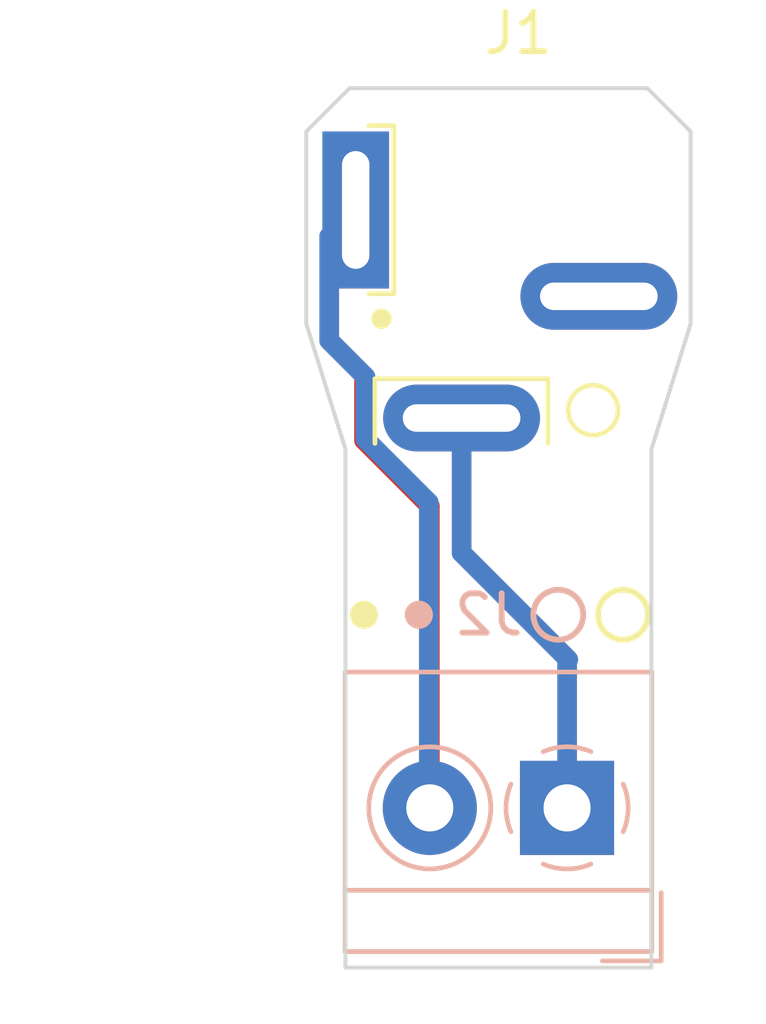
<source format=kicad_pcb>
(kicad_pcb (version 20211014) (generator pcbnew)
  (layers (0 "F.Cu" signal) (31 "B.Cu" signal) (34 "B.Paste" user) (35 "F.Paste" user) (36 "B.SilkS" user "B.Silkscreen") (37 "F.SilkS" user "F.Silkscreen") (38 "B.Mask" user) (39 "F.Mask" user) (44 "Edge.Cuts" user))
  (net 0 "")
  (net 1 "Net-(J1-Pad1)")
  (net 2 "Net-(J1-Pad2)")
  (footprint "Connector_Barreljack_panel.pretty:BarrelJack_panel_3p_5.5mmx2.1mm_2_pins" (layer "F.Cu") (at 105.41 104.6)
    (fp_text reference "J1" (at 0 -6 unlocked) (layer "F.SilkS"))
    (fp_text value "Barrel_Jack_Switch")
    (fp_line (start -3.175 0.635) (end -3.175 -3.65) (layer "F.SilkS") (width 0.12))
    (fp_line (start -3.66 4.445) (end -3.66 2.8) (layer "F.SilkS") (width 0.12))
    (fp_line (start -3.175 -3.65) (end -3.81 -3.65) (layer "F.SilkS") (width 0.12))
    (fp_line (start -3.81 0.635) (end -3.175 0.635) (layer "F.SilkS") (width 0.12))
    (fp_line (start -3.66 2.8) (end 0.75 2.8) (layer "F.SilkS") (width 0.12))
    (fp_line (start 0.75 2.8) (end 0.75 4.445) (layer "F.SilkS") (width 0.12))
    (fp_circle (center -3.4925 1.27) (end -3.2925 1.27) (layer "F.SilkS") (width 0.12) (fill solid))
    (fp_circle (center 1.905 3.6) (end 2.54 3.6) (layer "F.SilkS") (width 0.12) (fill none))
    (pad "1" thru_hole rect (at -4.15 -1.5) (size 1.7 4) (drill oval 0.7 3) (layers *.Cu *.Mask) (net 1 "Net-(J1-Pad1)"))
    (pad "2" thru_hole oval (at -1.45 3.8 270) (size 1.7 4) (drill oval 0.7 3) (layers *.Cu *.Mask) (net 2 "Net-(J1-Pad2)"))
    (pad "3" thru_hole oval (at 2.05 0.7 90) (size 1.7 4) (drill oval 0.7 3) (layers *.Cu *.Mask))
  )
  (footprint "TerminalBlock_4Ucon:TerminalBlock_4Ucon_1x02_P3.50mm_Horizontal" (layer "B.Cu") (at 106.65 118.331 180)
    (fp_text reference "J2" (at 2.002 4.92) (layer "B.SilkS") (effects (justify mirror)))
    (fp_text value "Conn_01x02_Male")
    (fp_line (start -2.4 -2.16) (end -2.4 -3.9) (layer "B.SilkS") (width 0.12))
    (fp_line (start -2.16 3.46) (end -2.16 -3.66) (layer "B.SilkS") (width 0.12))
    (fp_line (start 5.66 3.46) (end 5.66 -3.66) (layer "B.SilkS") (width 0.12))
    (fp_line (start -2.4 -3.9) (end -0.9 -3.9) (layer "B.SilkS") (width 0.12))
    (fp_line (start -2.16 -2.1) (end 5.66 -2.1) (layer "B.SilkS") (width 0.12))
    (fp_line (start -2.16 -3.66) (end 5.66 -3.66) (layer "B.SilkS") (width 0.12))
    (fp_line (start -2.16 3.46) (end 5.66 3.46) (layer "B.SilkS") (width 0.12))
    (fp_arc (start 1.432 -0.608) (mid 1.555727 -0.00014) (end 1.432109 0.607742) (layer "B.SilkS") (width 0.12))
    (fp_arc (start 0 -1.555) (mid 0.310017 -1.523783) (end 0.607587 -1.431385) (layer "B.SilkS") (width 0.12))
    (fp_arc (start -1.432 0.608) (mid -1.555727 0.00014) (end -1.432109 -0.607742) (layer "B.SilkS") (width 0.12))
    (fp_arc (start 0.608 1.432) (mid 0.00014 1.555727) (end -0.607742 1.432109) (layer "B.SilkS") (width 0.12))
    (fp_arc (start -0.608 -1.432) (mid -0.296984 -1.527118) (end 0.027011 -1.555493) (layer "B.SilkS") (width 0.12))
    (fp_circle (center 3.5 0) (end 5.055 0) (layer "B.SilkS") (width 0.12) (fill none))
    (pad "1" thru_hole rect (at 0 0 180) (size 2.4 2.4) (drill 1.2) (layers *.Cu *.Mask) (net 2 "Net-(J1-Pad2)"))
    (pad "2" thru_hole circle (at 3.5 0 180) (size 2.4 2.4) (drill 1.2) (layers *.Cu *.Mask) (net 1 "Net-(J1-Pad1)"))
  )
  (gr_circle (center 102.87 113.411) (end 103.153981 113.411) (layer "B.SilkS") (width 0.15) (fill solid))
  (gr_circle (center 106.426 113.411) (end 107.061 113.411) (layer "B.SilkS") (width 0.15) (fill none))
  (gr_circle (center 108.077 113.411) (end 108.585 113.03) (layer "F.SilkS") (width 0.15) (fill none))
  (gr_circle (center 101.473 113.411) (end 101.756981 113.411) (layer "F.SilkS") (width 0.15) (fill solid))
  (gr_line (start 101.1 100) (end 108.7 100) (layer "Edge.Cuts") (width 0.1))
  (gr_line (start 108.8 109.2) (end 109.8 106) (layer "Edge.Cuts") (width 0.1))
  (gr_line (start 100 101.1) (end 100 106) (layer "Edge.Cuts") (width 0.1))
  (gr_line (start 101 122.4) (end 108.8 122.4) (layer "Edge.Cuts") (width 0.1))
  (gr_line (start 100 106) (end 101 109.2) (layer "Edge.Cuts") (width 0.1))
  (gr_line (start 108.7 100) (end 109.8 101.1) (layer "Edge.Cuts") (width 0.1))
  (gr_line (start 101.1 100) (end 100 101.1) (layer "Edge.Cuts") (width 0.1))
  (gr_line (start 109.8 101.1) (end 109.8 106) (layer "Edge.Cuts") (width 0.1))
  (gr_line (start 108.8 109.2) (end 108.8 122.4) (layer "Edge.Cuts") (width 0.1))
  (gr_line (start 101 109.2) (end 101 122.4) (layer "Edge.Cuts") (width 0.1))
  (segment (start 103.15 110.643) (end 103.15 118.331) (width 0.5) (layer "F.Cu") (net 1))
  (segment (start 101.473 107.315) (end 101.473 108.966) (width 0.5) (layer "F.Cu") (net 1))
  (segment (start 100.584 103.776) (end 100.584 106.426) (width 0.5) (layer "F.Cu") (net 1))
  (segment (start 101.473 108.966) (end 103.15 110.643) (width 0.5) (layer "F.Cu") (net 1))
  (segment (start 101.26 103.1) (end 100.584 103.776) (width 0.5) (layer "F.Cu") (net 1))
  (segment (start 100.584 106.426) (end 101.473 107.315) (width 0.5) (layer "F.Cu") (net 1))
  (segment (start 101.51 108.938478) (end 103.124 110.552478) (width 0.5) (layer "B.Cu") (net 1))
  (segment (start 100.584 106.426) (end 101.51 107.352) (width 0.5) (layer "B.Cu") (net 1))
  (segment (start 101.51 107.352) (end 101.51 108.938478) (width 0.5) (layer "B.Cu") (net 1))
  (segment (start 103.124 118.305) (end 103.15 118.331) (width 0.5) (layer "B.Cu") (net 1))
  (segment (start 100.584 103.776) (end 100.584 106.426) (width 0.5) (layer "B.Cu") (net 1))
  (segment (start 101.26 103.1) (end 100.584 103.776) (width 0.5) (layer "B.Cu") (net 1))
  (segment (start 103.124 110.552478) (end 103.124 118.305) (width 0.5) (layer "B.Cu") (net 1))
  (segment (start 103.96 111.834) (end 106.65 114.524) (width 0.5) (layer "F.Cu") (net 2))
  (segment (start 103.96 108.4) (end 103.96 111.834) (width 0.5) (layer "F.Cu") (net 2))
  (segment (start 106.65 114.524) (end 106.65 118.331) (width 0.5) (layer "F.Cu") (net 2))
  (segment (start 106.68 114.554) (end 106.65 114.584) (width 0.5) (layer "B.Cu") (net 2))
  (segment (start 103.96 108.4) (end 103.96 111.834) (width 0.5) (layer "B.Cu") (net 2))
  (segment (start 103.96 111.834) (end 106.68 114.554) (width 0.5) (layer "B.Cu") (net 2))
  (segment (start 106.65 114.584) (end 106.65 118.331) (width 0.5) (layer "B.Cu") (net 2))
)
</source>
